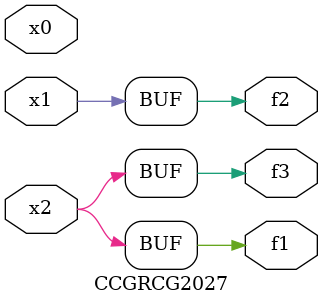
<source format=v>
module CCGRCG2027(
	input x0, x1, x2,
	output f1, f2, f3
);
	assign f1 = x2;
	assign f2 = x1;
	assign f3 = x2;
endmodule

</source>
